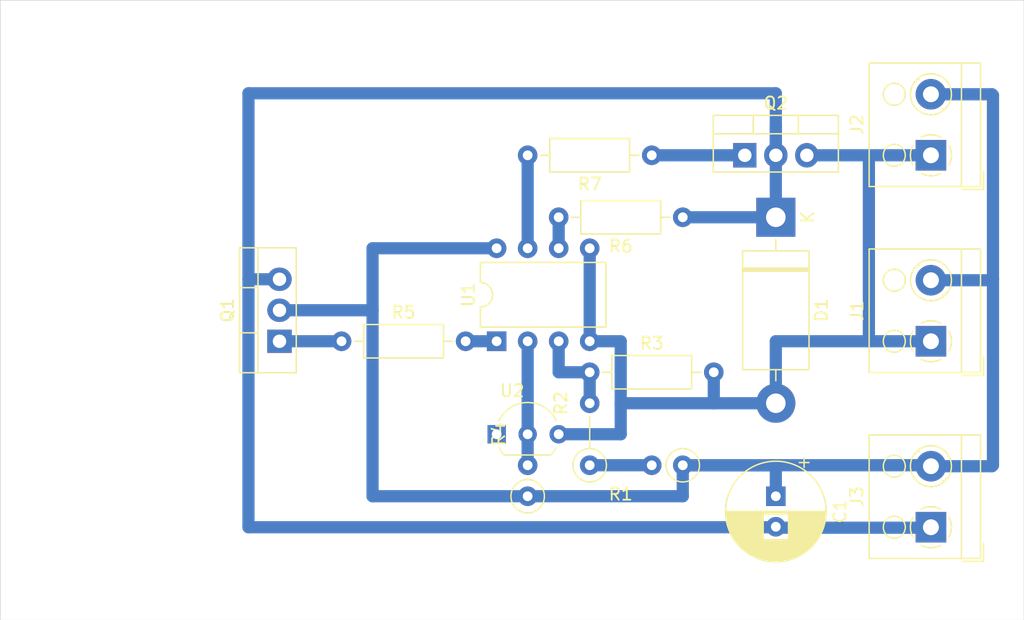
<source format=kicad_pcb>
(kicad_pcb (version 20171130) (host pcbnew "(5.1.5)-3")

  (general
    (thickness 1.6)
    (drawings 6)
    (tracks 55)
    (zones 0)
    (modules 16)
    (nets 12)
  )

  (page A4)
  (layers
    (0 F.Cu signal hide)
    (31 B.Cu signal)
    (33 F.Adhes user hide)
    (35 F.Paste user hide)
    (37 F.SilkS user hide)
    (38 B.Mask user hide)
    (39 F.Mask user hide)
    (40 Dwgs.User user hide)
    (41 Cmts.User user hide)
    (42 Eco1.User user hide)
    (43 Eco2.User user hide)
    (44 Edge.Cuts user)
    (45 Margin user hide)
    (46 B.CrtYd user hide)
    (47 F.CrtYd user hide)
    (49 F.Fab user)
  )

  (setup
    (last_trace_width 1)
    (user_trace_width 1)
    (trace_clearance 0.2)
    (zone_clearance 0.508)
    (zone_45_only no)
    (trace_min 0.25)
    (via_size 0.8)
    (via_drill 0.4)
    (via_min_size 0.4)
    (via_min_drill 0.3)
    (uvia_size 0.3)
    (uvia_drill 0.1)
    (uvias_allowed no)
    (uvia_min_size 0.2)
    (uvia_min_drill 0.1)
    (edge_width 0.05)
    (segment_width 0.2)
    (pcb_text_width 0.3)
    (pcb_text_size 1.5 1.5)
    (mod_edge_width 0.12)
    (mod_text_size 1 1)
    (mod_text_width 0.15)
    (pad_size 1.524 1.524)
    (pad_drill 0.762)
    (pad_to_mask_clearance 0.051)
    (solder_mask_min_width 0.25)
    (aux_axis_origin 0 0)
    (visible_elements 7FFFFFFF)
    (pcbplotparams
      (layerselection 0x010e8_ffffffff)
      (usegerberextensions false)
      (usegerberattributes false)
      (usegerberadvancedattributes false)
      (creategerberjobfile false)
      (excludeedgelayer true)
      (linewidth 0.100000)
      (plotframeref false)
      (viasonmask false)
      (mode 1)
      (useauxorigin false)
      (hpglpennumber 1)
      (hpglpenspeed 20)
      (hpglpendiameter 15.000000)
      (psnegative false)
      (psa4output false)
      (plotreference true)
      (plotvalue true)
      (plotinvisibletext false)
      (padsonsilk false)
      (subtractmaskfromsilk false)
      (outputformat 1)
      (mirror false)
      (drillshape 0)
      (scaleselection 1)
      (outputdirectory ""))
  )

  (net 0 "")
  (net 1 "Net-(C1-Pad2)")
  (net 2 VDD)
  (net 3 GND)
  (net 4 "Net-(Q1-Pad1)")
  (net 5 "Net-(Q2-Pad1)")
  (net 6 "Net-(R1-Pad2)")
  (net 7 "Net-(R2-Pad2)")
  (net 8 "Net-(R4-Pad2)")
  (net 9 "Net-(R5-Pad2)")
  (net 10 "Net-(R6-Pad2)")
  (net 11 "Net-(R7-Pad2)")

  (net_class Default "Dies ist die voreingestellte Netzklasse."
    (clearance 0.2)
    (trace_width 0.25)
    (via_dia 0.8)
    (via_drill 0.4)
    (uvia_dia 0.3)
    (uvia_drill 0.1)
    (diff_pair_width 0.25)
    (diff_pair_gap 0.25)
    (add_net GND)
    (add_net "Net-(C1-Pad2)")
    (add_net "Net-(Q1-Pad1)")
    (add_net "Net-(Q2-Pad1)")
    (add_net "Net-(R1-Pad2)")
    (add_net "Net-(R2-Pad2)")
    (add_net "Net-(R4-Pad2)")
    (add_net "Net-(R5-Pad2)")
    (add_net "Net-(R6-Pad2)")
    (add_net "Net-(R7-Pad2)")
    (add_net VDD)
  )

  (module Capacitor_THT:CP_Radial_D8.0mm_P2.50mm (layer F.Cu) (tedit 5AE50EF0) (tstamp 5E4C777B)
    (at 205.74 116.84 270)
    (descr "CP, Radial series, Radial, pin pitch=2.50mm, , diameter=8mm, Electrolytic Capacitor")
    (tags "CP Radial series Radial pin pitch 2.50mm  diameter 8mm Electrolytic Capacitor")
    (path /5E50E9E5)
    (fp_text reference C1 (at 1.25 -5.25 90) (layer F.SilkS)
      (effects (font (size 1 1) (thickness 0.15)))
    )
    (fp_text value 100µ (at 2.54 0 180) (layer F.Fab)
      (effects (font (size 1 1) (thickness 0.15)))
    )
    (fp_text user %R (at 0 0 180) (layer F.Fab)
      (effects (font (size 1 1) (thickness 0.15)))
    )
    (fp_line (start -2.759698 -2.715) (end -2.759698 -1.915) (layer F.SilkS) (width 0.12))
    (fp_line (start -3.159698 -2.315) (end -2.359698 -2.315) (layer F.SilkS) (width 0.12))
    (fp_line (start 5.331 -0.533) (end 5.331 0.533) (layer F.SilkS) (width 0.12))
    (fp_line (start 5.291 -0.768) (end 5.291 0.768) (layer F.SilkS) (width 0.12))
    (fp_line (start 5.251 -0.948) (end 5.251 0.948) (layer F.SilkS) (width 0.12))
    (fp_line (start 5.211 -1.098) (end 5.211 1.098) (layer F.SilkS) (width 0.12))
    (fp_line (start 5.171 -1.229) (end 5.171 1.229) (layer F.SilkS) (width 0.12))
    (fp_line (start 5.131 -1.346) (end 5.131 1.346) (layer F.SilkS) (width 0.12))
    (fp_line (start 5.091 -1.453) (end 5.091 1.453) (layer F.SilkS) (width 0.12))
    (fp_line (start 5.051 -1.552) (end 5.051 1.552) (layer F.SilkS) (width 0.12))
    (fp_line (start 5.011 -1.645) (end 5.011 1.645) (layer F.SilkS) (width 0.12))
    (fp_line (start 4.971 -1.731) (end 4.971 1.731) (layer F.SilkS) (width 0.12))
    (fp_line (start 4.931 -1.813) (end 4.931 1.813) (layer F.SilkS) (width 0.12))
    (fp_line (start 4.891 -1.89) (end 4.891 1.89) (layer F.SilkS) (width 0.12))
    (fp_line (start 4.851 -1.964) (end 4.851 1.964) (layer F.SilkS) (width 0.12))
    (fp_line (start 4.811 -2.034) (end 4.811 2.034) (layer F.SilkS) (width 0.12))
    (fp_line (start 4.771 -2.102) (end 4.771 2.102) (layer F.SilkS) (width 0.12))
    (fp_line (start 4.731 -2.166) (end 4.731 2.166) (layer F.SilkS) (width 0.12))
    (fp_line (start 4.691 -2.228) (end 4.691 2.228) (layer F.SilkS) (width 0.12))
    (fp_line (start 4.651 -2.287) (end 4.651 2.287) (layer F.SilkS) (width 0.12))
    (fp_line (start 4.611 -2.345) (end 4.611 2.345) (layer F.SilkS) (width 0.12))
    (fp_line (start 4.571 -2.4) (end 4.571 2.4) (layer F.SilkS) (width 0.12))
    (fp_line (start 4.531 -2.454) (end 4.531 2.454) (layer F.SilkS) (width 0.12))
    (fp_line (start 4.491 -2.505) (end 4.491 2.505) (layer F.SilkS) (width 0.12))
    (fp_line (start 4.451 -2.556) (end 4.451 2.556) (layer F.SilkS) (width 0.12))
    (fp_line (start 4.411 -2.604) (end 4.411 2.604) (layer F.SilkS) (width 0.12))
    (fp_line (start 4.371 -2.651) (end 4.371 2.651) (layer F.SilkS) (width 0.12))
    (fp_line (start 4.331 -2.697) (end 4.331 2.697) (layer F.SilkS) (width 0.12))
    (fp_line (start 4.291 -2.741) (end 4.291 2.741) (layer F.SilkS) (width 0.12))
    (fp_line (start 4.251 -2.784) (end 4.251 2.784) (layer F.SilkS) (width 0.12))
    (fp_line (start 4.211 -2.826) (end 4.211 2.826) (layer F.SilkS) (width 0.12))
    (fp_line (start 4.171 -2.867) (end 4.171 2.867) (layer F.SilkS) (width 0.12))
    (fp_line (start 4.131 -2.907) (end 4.131 2.907) (layer F.SilkS) (width 0.12))
    (fp_line (start 4.091 -2.945) (end 4.091 2.945) (layer F.SilkS) (width 0.12))
    (fp_line (start 4.051 -2.983) (end 4.051 2.983) (layer F.SilkS) (width 0.12))
    (fp_line (start 4.011 -3.019) (end 4.011 3.019) (layer F.SilkS) (width 0.12))
    (fp_line (start 3.971 -3.055) (end 3.971 3.055) (layer F.SilkS) (width 0.12))
    (fp_line (start 3.931 -3.09) (end 3.931 3.09) (layer F.SilkS) (width 0.12))
    (fp_line (start 3.891 -3.124) (end 3.891 3.124) (layer F.SilkS) (width 0.12))
    (fp_line (start 3.851 -3.156) (end 3.851 3.156) (layer F.SilkS) (width 0.12))
    (fp_line (start 3.811 -3.189) (end 3.811 3.189) (layer F.SilkS) (width 0.12))
    (fp_line (start 3.771 -3.22) (end 3.771 3.22) (layer F.SilkS) (width 0.12))
    (fp_line (start 3.731 -3.25) (end 3.731 3.25) (layer F.SilkS) (width 0.12))
    (fp_line (start 3.691 -3.28) (end 3.691 3.28) (layer F.SilkS) (width 0.12))
    (fp_line (start 3.651 -3.309) (end 3.651 3.309) (layer F.SilkS) (width 0.12))
    (fp_line (start 3.611 -3.338) (end 3.611 3.338) (layer F.SilkS) (width 0.12))
    (fp_line (start 3.571 -3.365) (end 3.571 3.365) (layer F.SilkS) (width 0.12))
    (fp_line (start 3.531 1.04) (end 3.531 3.392) (layer F.SilkS) (width 0.12))
    (fp_line (start 3.531 -3.392) (end 3.531 -1.04) (layer F.SilkS) (width 0.12))
    (fp_line (start 3.491 1.04) (end 3.491 3.418) (layer F.SilkS) (width 0.12))
    (fp_line (start 3.491 -3.418) (end 3.491 -1.04) (layer F.SilkS) (width 0.12))
    (fp_line (start 3.451 1.04) (end 3.451 3.444) (layer F.SilkS) (width 0.12))
    (fp_line (start 3.451 -3.444) (end 3.451 -1.04) (layer F.SilkS) (width 0.12))
    (fp_line (start 3.411 1.04) (end 3.411 3.469) (layer F.SilkS) (width 0.12))
    (fp_line (start 3.411 -3.469) (end 3.411 -1.04) (layer F.SilkS) (width 0.12))
    (fp_line (start 3.371 1.04) (end 3.371 3.493) (layer F.SilkS) (width 0.12))
    (fp_line (start 3.371 -3.493) (end 3.371 -1.04) (layer F.SilkS) (width 0.12))
    (fp_line (start 3.331 1.04) (end 3.331 3.517) (layer F.SilkS) (width 0.12))
    (fp_line (start 3.331 -3.517) (end 3.331 -1.04) (layer F.SilkS) (width 0.12))
    (fp_line (start 3.291 1.04) (end 3.291 3.54) (layer F.SilkS) (width 0.12))
    (fp_line (start 3.291 -3.54) (end 3.291 -1.04) (layer F.SilkS) (width 0.12))
    (fp_line (start 3.251 1.04) (end 3.251 3.562) (layer F.SilkS) (width 0.12))
    (fp_line (start 3.251 -3.562) (end 3.251 -1.04) (layer F.SilkS) (width 0.12))
    (fp_line (start 3.211 1.04) (end 3.211 3.584) (layer F.SilkS) (width 0.12))
    (fp_line (start 3.211 -3.584) (end 3.211 -1.04) (layer F.SilkS) (width 0.12))
    (fp_line (start 3.171 1.04) (end 3.171 3.606) (layer F.SilkS) (width 0.12))
    (fp_line (start 3.171 -3.606) (end 3.171 -1.04) (layer F.SilkS) (width 0.12))
    (fp_line (start 3.131 1.04) (end 3.131 3.627) (layer F.SilkS) (width 0.12))
    (fp_line (start 3.131 -3.627) (end 3.131 -1.04) (layer F.SilkS) (width 0.12))
    (fp_line (start 3.091 1.04) (end 3.091 3.647) (layer F.SilkS) (width 0.12))
    (fp_line (start 3.091 -3.647) (end 3.091 -1.04) (layer F.SilkS) (width 0.12))
    (fp_line (start 3.051 1.04) (end 3.051 3.666) (layer F.SilkS) (width 0.12))
    (fp_line (start 3.051 -3.666) (end 3.051 -1.04) (layer F.SilkS) (width 0.12))
    (fp_line (start 3.011 1.04) (end 3.011 3.686) (layer F.SilkS) (width 0.12))
    (fp_line (start 3.011 -3.686) (end 3.011 -1.04) (layer F.SilkS) (width 0.12))
    (fp_line (start 2.971 1.04) (end 2.971 3.704) (layer F.SilkS) (width 0.12))
    (fp_line (start 2.971 -3.704) (end 2.971 -1.04) (layer F.SilkS) (width 0.12))
    (fp_line (start 2.931 1.04) (end 2.931 3.722) (layer F.SilkS) (width 0.12))
    (fp_line (start 2.931 -3.722) (end 2.931 -1.04) (layer F.SilkS) (width 0.12))
    (fp_line (start 2.891 1.04) (end 2.891 3.74) (layer F.SilkS) (width 0.12))
    (fp_line (start 2.891 -3.74) (end 2.891 -1.04) (layer F.SilkS) (width 0.12))
    (fp_line (start 2.851 1.04) (end 2.851 3.757) (layer F.SilkS) (width 0.12))
    (fp_line (start 2.851 -3.757) (end 2.851 -1.04) (layer F.SilkS) (width 0.12))
    (fp_line (start 2.811 1.04) (end 2.811 3.774) (layer F.SilkS) (width 0.12))
    (fp_line (start 2.811 -3.774) (end 2.811 -1.04) (layer F.SilkS) (width 0.12))
    (fp_line (start 2.771 1.04) (end 2.771 3.79) (layer F.SilkS) (width 0.12))
    (fp_line (start 2.771 -3.79) (end 2.771 -1.04) (layer F.SilkS) (width 0.12))
    (fp_line (start 2.731 1.04) (end 2.731 3.805) (layer F.SilkS) (width 0.12))
    (fp_line (start 2.731 -3.805) (end 2.731 -1.04) (layer F.SilkS) (width 0.12))
    (fp_line (start 2.691 1.04) (end 2.691 3.821) (layer F.SilkS) (width 0.12))
    (fp_line (start 2.691 -3.821) (end 2.691 -1.04) (layer F.SilkS) (width 0.12))
    (fp_line (start 2.651 1.04) (end 2.651 3.835) (layer F.SilkS) (width 0.12))
    (fp_line (start 2.651 -3.835) (end 2.651 -1.04) (layer F.SilkS) (width 0.12))
    (fp_line (start 2.611 1.04) (end 2.611 3.85) (layer F.SilkS) (width 0.12))
    (fp_line (start 2.611 -3.85) (end 2.611 -1.04) (layer F.SilkS) (width 0.12))
    (fp_line (start 2.571 1.04) (end 2.571 3.863) (layer F.SilkS) (width 0.12))
    (fp_line (start 2.571 -3.863) (end 2.571 -1.04) (layer F.SilkS) (width 0.12))
    (fp_line (start 2.531 1.04) (end 2.531 3.877) (layer F.SilkS) (width 0.12))
    (fp_line (start 2.531 -3.877) (end 2.531 -1.04) (layer F.SilkS) (width 0.12))
    (fp_line (start 2.491 1.04) (end 2.491 3.889) (layer F.SilkS) (width 0.12))
    (fp_line (start 2.491 -3.889) (end 2.491 -1.04) (layer F.SilkS) (width 0.12))
    (fp_line (start 2.451 1.04) (end 2.451 3.902) (layer F.SilkS) (width 0.12))
    (fp_line (start 2.451 -3.902) (end 2.451 -1.04) (layer F.SilkS) (width 0.12))
    (fp_line (start 2.411 1.04) (end 2.411 3.914) (layer F.SilkS) (width 0.12))
    (fp_line (start 2.411 -3.914) (end 2.411 -1.04) (layer F.SilkS) (width 0.12))
    (fp_line (start 2.371 1.04) (end 2.371 3.925) (layer F.SilkS) (width 0.12))
    (fp_line (start 2.371 -3.925) (end 2.371 -1.04) (layer F.SilkS) (width 0.12))
    (fp_line (start 2.331 1.04) (end 2.331 3.936) (layer F.SilkS) (width 0.12))
    (fp_line (start 2.331 -3.936) (end 2.331 -1.04) (layer F.SilkS) (width 0.12))
    (fp_line (start 2.291 1.04) (end 2.291 3.947) (layer F.SilkS) (width 0.12))
    (fp_line (start 2.291 -3.947) (end 2.291 -1.04) (layer F.SilkS) (width 0.12))
    (fp_line (start 2.251 1.04) (end 2.251 3.957) (layer F.SilkS) (width 0.12))
    (fp_line (start 2.251 -3.957) (end 2.251 -1.04) (layer F.SilkS) (width 0.12))
    (fp_line (start 2.211 1.04) (end 2.211 3.967) (layer F.SilkS) (width 0.12))
    (fp_line (start 2.211 -3.967) (end 2.211 -1.04) (layer F.SilkS) (width 0.12))
    (fp_line (start 2.171 1.04) (end 2.171 3.976) (layer F.SilkS) (width 0.12))
    (fp_line (start 2.171 -3.976) (end 2.171 -1.04) (layer F.SilkS) (width 0.12))
    (fp_line (start 2.131 1.04) (end 2.131 3.985) (layer F.SilkS) (width 0.12))
    (fp_line (start 2.131 -3.985) (end 2.131 -1.04) (layer F.SilkS) (width 0.12))
    (fp_line (start 2.091 1.04) (end 2.091 3.994) (layer F.SilkS) (width 0.12))
    (fp_line (start 2.091 -3.994) (end 2.091 -1.04) (layer F.SilkS) (width 0.12))
    (fp_line (start 2.051 1.04) (end 2.051 4.002) (layer F.SilkS) (width 0.12))
    (fp_line (start 2.051 -4.002) (end 2.051 -1.04) (layer F.SilkS) (width 0.12))
    (fp_line (start 2.011 1.04) (end 2.011 4.01) (layer F.SilkS) (width 0.12))
    (fp_line (start 2.011 -4.01) (end 2.011 -1.04) (layer F.SilkS) (width 0.12))
    (fp_line (start 1.971 1.04) (end 1.971 4.017) (layer F.SilkS) (width 0.12))
    (fp_line (start 1.971 -4.017) (end 1.971 -1.04) (layer F.SilkS) (width 0.12))
    (fp_line (start 1.93 1.04) (end 1.93 4.024) (layer F.SilkS) (width 0.12))
    (fp_line (start 1.93 -4.024) (end 1.93 -1.04) (layer F.SilkS) (width 0.12))
    (fp_line (start 1.89 1.04) (end 1.89 4.03) (layer F.SilkS) (width 0.12))
    (fp_line (start 1.89 -4.03) (end 1.89 -1.04) (layer F.SilkS) (width 0.12))
    (fp_line (start 1.85 1.04) (end 1.85 4.037) (layer F.SilkS) (width 0.12))
    (fp_line (start 1.85 -4.037) (end 1.85 -1.04) (layer F.SilkS) (width 0.12))
    (fp_line (start 1.81 1.04) (end 1.81 4.042) (layer F.SilkS) (width 0.12))
    (fp_line (start 1.81 -4.042) (end 1.81 -1.04) (layer F.SilkS) (width 0.12))
    (fp_line (start 1.77 1.04) (end 1.77 4.048) (layer F.SilkS) (width 0.12))
    (fp_line (start 1.77 -4.048) (end 1.77 -1.04) (layer F.SilkS) (width 0.12))
    (fp_line (start 1.73 1.04) (end 1.73 4.052) (layer F.SilkS) (width 0.12))
    (fp_line (start 1.73 -4.052) (end 1.73 -1.04) (layer F.SilkS) (width 0.12))
    (fp_line (start 1.69 1.04) (end 1.69 4.057) (layer F.SilkS) (width 0.12))
    (fp_line (start 1.69 -4.057) (end 1.69 -1.04) (layer F.SilkS) (width 0.12))
    (fp_line (start 1.65 1.04) (end 1.65 4.061) (layer F.SilkS) (width 0.12))
    (fp_line (start 1.65 -4.061) (end 1.65 -1.04) (layer F.SilkS) (width 0.12))
    (fp_line (start 1.61 1.04) (end 1.61 4.065) (layer F.SilkS) (width 0.12))
    (fp_line (start 1.61 -4.065) (end 1.61 -1.04) (layer F.SilkS) (width 0.12))
    (fp_line (start 1.57 1.04) (end 1.57 4.068) (layer F.SilkS) (width 0.12))
    (fp_line (start 1.57 -4.068) (end 1.57 -1.04) (layer F.SilkS) (width 0.12))
    (fp_line (start 1.53 1.04) (end 1.53 4.071) (layer F.SilkS) (width 0.12))
    (fp_line (start 1.53 -4.071) (end 1.53 -1.04) (layer F.SilkS) (width 0.12))
    (fp_line (start 1.49 1.04) (end 1.49 4.074) (layer F.SilkS) (width 0.12))
    (fp_line (start 1.49 -4.074) (end 1.49 -1.04) (layer F.SilkS) (width 0.12))
    (fp_line (start 1.45 -4.076) (end 1.45 4.076) (layer F.SilkS) (width 0.12))
    (fp_line (start 1.41 -4.077) (end 1.41 4.077) (layer F.SilkS) (width 0.12))
    (fp_line (start 1.37 -4.079) (end 1.37 4.079) (layer F.SilkS) (width 0.12))
    (fp_line (start 1.33 -4.08) (end 1.33 4.08) (layer F.SilkS) (width 0.12))
    (fp_line (start 1.29 -4.08) (end 1.29 4.08) (layer F.SilkS) (width 0.12))
    (fp_line (start 1.25 -4.08) (end 1.25 4.08) (layer F.SilkS) (width 0.12))
    (fp_line (start -1.776759 -2.1475) (end -1.776759 -1.3475) (layer F.Fab) (width 0.1))
    (fp_line (start -2.176759 -1.7475) (end -1.376759 -1.7475) (layer F.Fab) (width 0.1))
    (fp_circle (center 1.25 0) (end 5.5 0) (layer F.CrtYd) (width 0.05))
    (fp_circle (center 1.25 0) (end 5.37 0) (layer F.SilkS) (width 0.12))
    (fp_circle (center 1.25 0) (end 5.25 0) (layer F.Fab) (width 0.1))
    (pad 2 thru_hole circle (at 2.5 0 270) (size 1.6 1.6) (drill 0.8) (layers *.Cu *.Mask)
      (net 1 "Net-(C1-Pad2)"))
    (pad 1 thru_hole rect (at 0 0 270) (size 1.6 1.6) (drill 0.8) (layers *.Cu *.Mask)
      (net 2 VDD))
    (model ${KISYS3DMOD}/Capacitor_THT.3dshapes/CP_Radial_D8.0mm_P2.50mm.wrl
      (at (xyz 0 0 0))
      (scale (xyz 1 1 1))
      (rotate (xyz 0 0 0))
    )
  )

  (module Resistor_THT:R_Axial_DIN0207_L6.3mm_D2.5mm_P2.54mm_Vertical (layer F.Cu) (tedit 5AE5139B) (tstamp 5E4CC1BE)
    (at 185.42 116.84 90)
    (descr "Resistor, Axial_DIN0207 series, Axial, Vertical, pin pitch=2.54mm, 0.25W = 1/4W, length*diameter=6.3*2.5mm^2, http://cdn-reichelt.de/documents/datenblatt/B400/1_4W%23YAG.pdf")
    (tags "Resistor Axial_DIN0207 series Axial Vertical pin pitch 2.54mm 0.25W = 1/4W length 6.3mm diameter 2.5mm")
    (path /5E4BF39F)
    (fp_text reference R4 (at 5.08 -2.37 90) (layer F.SilkS)
      (effects (font (size 1 1) (thickness 0.15)))
    )
    (fp_text value 100k (at 1.27 -3.175 180) (layer F.Fab)
      (effects (font (size 1 1) (thickness 0.15)))
    )
    (fp_text user %R (at 2.54 -2.54 180) (layer F.Fab)
      (effects (font (size 1 1) (thickness 0.15)))
    )
    (fp_line (start 3.59 -1.5) (end -1.5 -1.5) (layer F.CrtYd) (width 0.05))
    (fp_line (start 3.59 1.5) (end 3.59 -1.5) (layer F.CrtYd) (width 0.05))
    (fp_line (start -1.5 1.5) (end 3.59 1.5) (layer F.CrtYd) (width 0.05))
    (fp_line (start -1.5 -1.5) (end -1.5 1.5) (layer F.CrtYd) (width 0.05))
    (fp_line (start 1.37 0) (end 1.44 0) (layer F.SilkS) (width 0.12))
    (fp_line (start 0 0) (end 2.54 0) (layer F.Fab) (width 0.1))
    (fp_circle (center 0 0) (end 1.37 0) (layer F.SilkS) (width 0.12))
    (fp_circle (center 0 0) (end 1.25 0) (layer F.Fab) (width 0.1))
    (pad 2 thru_hole oval (at 2.54 0 90) (size 1.6 1.6) (drill 0.8) (layers *.Cu *.Mask)
      (net 8 "Net-(R4-Pad2)"))
    (pad 1 thru_hole circle (at 0 0 90) (size 1.6 1.6) (drill 0.8) (layers *.Cu *.Mask)
      (net 2 VDD))
    (model ${KISYS3DMOD}/Resistor_THT.3dshapes/R_Axial_DIN0207_L6.3mm_D2.5mm_P2.54mm_Vertical.wrl
      (at (xyz 0 0 0))
      (scale (xyz 1 1 1))
      (rotate (xyz 0 0 0))
    )
  )

  (module Resistor_THT:R_Axial_DIN0207_L6.3mm_D2.5mm_P2.54mm_Vertical (layer F.Cu) (tedit 5AE5139B) (tstamp 5E4CC024)
    (at 198.12 114.3 180)
    (descr "Resistor, Axial_DIN0207 series, Axial, Vertical, pin pitch=2.54mm, 0.25W = 1/4W, length*diameter=6.3*2.5mm^2, http://cdn-reichelt.de/documents/datenblatt/B400/1_4W%23YAG.pdf")
    (tags "Resistor Axial_DIN0207 series Axial Vertical pin pitch 2.54mm 0.25W = 1/4W length 6.3mm diameter 2.5mm")
    (path /5E4C06B2)
    (fp_text reference R1 (at 5.08 -2.37) (layer F.SilkS)
      (effects (font (size 1 1) (thickness 0.15)))
    )
    (fp_text value 150k (at 1.27 1.905) (layer F.Fab)
      (effects (font (size 1 1) (thickness 0.15)))
    )
    (fp_text user %R (at 1.27 3.175 180) (layer F.Fab)
      (effects (font (size 1 1) (thickness 0.15)))
    )
    (fp_line (start 3.59 -1.5) (end -1.5 -1.5) (layer F.CrtYd) (width 0.05))
    (fp_line (start 3.59 1.5) (end 3.59 -1.5) (layer F.CrtYd) (width 0.05))
    (fp_line (start -1.5 1.5) (end 3.59 1.5) (layer F.CrtYd) (width 0.05))
    (fp_line (start -1.5 -1.5) (end -1.5 1.5) (layer F.CrtYd) (width 0.05))
    (fp_line (start 1.37 0) (end 1.44 0) (layer F.SilkS) (width 0.12))
    (fp_line (start 0 0) (end 2.54 0) (layer F.Fab) (width 0.1))
    (fp_circle (center 0 0) (end 1.37 0) (layer F.SilkS) (width 0.12))
    (fp_circle (center 0 0) (end 1.25 0) (layer F.Fab) (width 0.1))
    (pad 2 thru_hole oval (at 2.54 0 180) (size 1.6 1.6) (drill 0.8) (layers *.Cu *.Mask)
      (net 6 "Net-(R1-Pad2)"))
    (pad 1 thru_hole circle (at 0 0 180) (size 1.6 1.6) (drill 0.8) (layers *.Cu *.Mask)
      (net 2 VDD))
    (model ${KISYS3DMOD}/Resistor_THT.3dshapes/R_Axial_DIN0207_L6.3mm_D2.5mm_P2.54mm_Vertical.wrl
      (at (xyz 0 0 0))
      (scale (xyz 1 1 1))
      (rotate (xyz 0 0 0))
    )
  )

  (module Resistor_THT:R_Axial_DIN0207_L6.3mm_D2.5mm_P5.08mm_Vertical (layer F.Cu) (tedit 5AE5139B) (tstamp 5E4D9979)
    (at 190.5 114.3 90)
    (descr "Resistor, Axial_DIN0207 series, Axial, Vertical, pin pitch=5.08mm, 0.25W = 1/4W, length*diameter=6.3*2.5mm^2, http://cdn-reichelt.de/documents/datenblatt/B400/1_4W%23YAG.pdf")
    (tags "Resistor Axial_DIN0207 series Axial Vertical pin pitch 5.08mm 0.25W = 1/4W length 6.3mm diameter 2.5mm")
    (path /5E4C005B)
    (fp_text reference R2 (at 5.08 -2.37 90) (layer F.SilkS)
      (effects (font (size 1 1) (thickness 0.15)))
    )
    (fp_text value 150k (at 1.905 0) (layer F.Fab)
      (effects (font (size 1 1) (thickness 0.15)))
    )
    (fp_text user %R (at 3.175 0 180) (layer F.Fab)
      (effects (font (size 1 1) (thickness 0.15)))
    )
    (fp_line (start 6.13 -1.5) (end -1.5 -1.5) (layer F.CrtYd) (width 0.05))
    (fp_line (start 6.13 1.5) (end 6.13 -1.5) (layer F.CrtYd) (width 0.05))
    (fp_line (start -1.5 1.5) (end 6.13 1.5) (layer F.CrtYd) (width 0.05))
    (fp_line (start -1.5 -1.5) (end -1.5 1.5) (layer F.CrtYd) (width 0.05))
    (fp_line (start 1.37 0) (end 3.98 0) (layer F.SilkS) (width 0.12))
    (fp_line (start 0 0) (end 5.08 0) (layer F.Fab) (width 0.1))
    (fp_circle (center 0 0) (end 1.37 0) (layer F.SilkS) (width 0.12))
    (fp_circle (center 0 0) (end 1.25 0) (layer F.Fab) (width 0.1))
    (pad 2 thru_hole oval (at 5.08 0 90) (size 1.6 1.6) (drill 0.8) (layers *.Cu *.Mask)
      (net 7 "Net-(R2-Pad2)"))
    (pad 1 thru_hole circle (at 0 0 90) (size 1.6 1.6) (drill 0.8) (layers *.Cu *.Mask)
      (net 6 "Net-(R1-Pad2)"))
    (model ${KISYS3DMOD}/Resistor_THT.3dshapes/R_Axial_DIN0207_L6.3mm_D2.5mm_P5.08mm_Vertical.wrl
      (at (xyz 0 0 0))
      (scale (xyz 1 1 1))
      (rotate (xyz 0 0 0))
    )
  )

  (module TerminalBlock_RND:TerminalBlock_RND_205-00001_1x02_P5.00mm_Horizontal (layer F.Cu) (tedit 5B294F8C) (tstamp 5E4C781E)
    (at 218.44 119.38 90)
    (descr "terminal block RND 205-00001, 2 pins, pitch 5mm, size 10x9mm^2, drill diamater 1.3mm, pad diameter 2.5mm, see http://cdn-reichelt.de/documents/datenblatt/C151/RND_205-00001_DB_EN.pdf, script-generated using https://github.com/pointhi/kicad-footprint-generator/scripts/TerminalBlock_RND")
    (tags "THT terminal block RND 205-00001 pitch 5mm size 10x9mm^2 drill 1.3mm pad 2.5mm")
    (path /5E4F502E)
    (fp_text reference J3 (at 2.5 -6.06 90) (layer F.SilkS)
      (effects (font (size 1 1) (thickness 0.15)))
    )
    (fp_text value Solar (at 2.5 5.06 90) (layer F.Fab)
      (effects (font (size 1 1) (thickness 0.15)))
    )
    (fp_text user %R (at 2.5 -6.06 90) (layer F.Fab)
      (effects (font (size 1 1) (thickness 0.15)))
    )
    (fp_line (start 8 -5.5) (end -3 -5.5) (layer F.CrtYd) (width 0.05))
    (fp_line (start 8 4.5) (end 8 -5.5) (layer F.CrtYd) (width 0.05))
    (fp_line (start -3 4.5) (end 8 4.5) (layer F.CrtYd) (width 0.05))
    (fp_line (start -3 -5.5) (end -3 4.5) (layer F.CrtYd) (width 0.05))
    (fp_line (start -2.8 4.3) (end -1.3 4.3) (layer F.SilkS) (width 0.12))
    (fp_line (start -2.8 2.56) (end -2.8 4.3) (layer F.SilkS) (width 0.12))
    (fp_line (start 3.82 0.976) (end 3.726 1.069) (layer F.SilkS) (width 0.12))
    (fp_line (start 6.07 -1.275) (end 6.011 -1.216) (layer F.SilkS) (width 0.12))
    (fp_line (start 3.99 1.216) (end 3.931 1.274) (layer F.SilkS) (width 0.12))
    (fp_line (start 6.275 -1.069) (end 6.181 -0.976) (layer F.SilkS) (width 0.12))
    (fp_line (start 5.955 -1.138) (end 3.863 0.955) (layer F.Fab) (width 0.1))
    (fp_line (start 6.138 -0.955) (end 4.046 1.138) (layer F.Fab) (width 0.1))
    (fp_line (start 0.955 -1.138) (end -1.138 0.955) (layer F.Fab) (width 0.1))
    (fp_line (start 1.138 -0.955) (end -0.955 1.138) (layer F.Fab) (width 0.1))
    (fp_line (start 7.56 -5.06) (end 7.56 4.06) (layer F.SilkS) (width 0.12))
    (fp_line (start -2.56 -5.06) (end -2.56 4.06) (layer F.SilkS) (width 0.12))
    (fp_line (start -2.56 4.06) (end 7.56 4.06) (layer F.SilkS) (width 0.12))
    (fp_line (start -2.56 -5.06) (end 7.56 -5.06) (layer F.SilkS) (width 0.12))
    (fp_line (start -2.56 2.5) (end 7.56 2.5) (layer F.SilkS) (width 0.12))
    (fp_line (start -2.5 2.5) (end 7.5 2.5) (layer F.Fab) (width 0.1))
    (fp_line (start -2.5 2.5) (end -2.5 -5) (layer F.Fab) (width 0.1))
    (fp_line (start -1 4) (end -2.5 2.5) (layer F.Fab) (width 0.1))
    (fp_line (start 7.5 4) (end -1 4) (layer F.Fab) (width 0.1))
    (fp_line (start 7.5 -5) (end 7.5 4) (layer F.Fab) (width 0.1))
    (fp_line (start -2.5 -5) (end 7.5 -5) (layer F.Fab) (width 0.1))
    (fp_circle (center 5 -3) (end 5.9 -3) (layer F.SilkS) (width 0.12))
    (fp_circle (center 5 -3) (end 5.9 -3) (layer F.Fab) (width 0.1))
    (fp_circle (center 5 0) (end 6.68 0) (layer F.SilkS) (width 0.12))
    (fp_circle (center 5 0) (end 6.5 0) (layer F.Fab) (width 0.1))
    (fp_circle (center 0 -3) (end 0.9 -3) (layer F.SilkS) (width 0.12))
    (fp_circle (center 0 -3) (end 0.9 -3) (layer F.Fab) (width 0.1))
    (fp_circle (center 0 0) (end 1.5 0) (layer F.Fab) (width 0.1))
    (fp_arc (start 0 0) (end -0.789 1.484) (angle -29) (layer F.SilkS) (width 0.12))
    (fp_arc (start 0 0) (end -1.484 -0.789) (angle -56) (layer F.SilkS) (width 0.12))
    (fp_arc (start 0 0) (end 0.789 -1.484) (angle -56) (layer F.SilkS) (width 0.12))
    (fp_arc (start 0 0) (end 1.484 0.789) (angle -56) (layer F.SilkS) (width 0.12))
    (fp_arc (start 0 0) (end 0 1.68) (angle -28) (layer F.SilkS) (width 0.12))
    (pad 2 thru_hole circle (at 5 0 90) (size 2.5 2.5) (drill 1.3) (layers *.Cu *.Mask)
      (net 2 VDD))
    (pad 1 thru_hole rect (at 0 0 90) (size 2.5 2.5) (drill 1.3) (layers *.Cu *.Mask)
      (net 1 "Net-(C1-Pad2)"))
    (model ${KISYS3DMOD}/TerminalBlock_RND.3dshapes/TerminalBlock_RND_205-00001_1x02_P5.00mm_Horizontal.wrl
      (at (xyz 0 0 0))
      (scale (xyz 1 1 1))
      (rotate (xyz 0 0 0))
    )
  )

  (module Package_TO_SOT_THT:TO-92L_Inline_Wide (layer F.Cu) (tedit 5A11996A) (tstamp 5E4C985B)
    (at 182.88 111.76)
    (descr "TO-92L leads in-line (large body variant of TO-92), also known as TO-226, wide, drill 0.75mm (see https://www.diodes.com/assets/Package-Files/TO92L.pdf and http://www.ti.com/lit/an/snoa059/snoa059.pdf)")
    (tags "TO-92L Inline Wide transistor")
    (path /5E4BD202)
    (fp_text reference U2 (at 1.27 -3.56) (layer F.SilkS)
      (effects (font (size 1 1) (thickness 0.15)))
    )
    (fp_text value LT1004-CZ2.5 (at -5.08 0 180) (layer F.Fab)
      (effects (font (size 1 1) (thickness 0.15)))
    )
    (fp_arc (start 2.54 0) (end 4.45 1.7) (angle -15.88591585) (layer F.SilkS) (width 0.12))
    (fp_arc (start 2.54 0) (end 2.54 -2.48) (angle -130.2499344) (layer F.Fab) (width 0.1))
    (fp_arc (start 2.54 0) (end 2.54 -2.48) (angle 129.9527847) (layer F.Fab) (width 0.1))
    (fp_arc (start 2.54 0) (end 2.54 -2.6) (angle 65) (layer F.SilkS) (width 0.12))
    (fp_arc (start 2.54 0) (end 2.54 -2.6) (angle -65) (layer F.SilkS) (width 0.12))
    (fp_arc (start 2.54 0) (end 0.6 1.7) (angle 15.44288892) (layer F.SilkS) (width 0.12))
    (fp_line (start 6.1 1.85) (end -1 1.85) (layer F.CrtYd) (width 0.05))
    (fp_line (start 6.1 1.85) (end 6.1 -2.75) (layer F.CrtYd) (width 0.05))
    (fp_line (start -1 -2.75) (end -1 1.85) (layer F.CrtYd) (width 0.05))
    (fp_line (start -1 -2.75) (end 6.1 -2.75) (layer F.CrtYd) (width 0.05))
    (fp_line (start 0.65 1.6) (end 4.4 1.6) (layer F.Fab) (width 0.1))
    (fp_line (start 0.6 1.7) (end 4.45 1.7) (layer F.SilkS) (width 0.12))
    (fp_text user %R (at 1.27 -3.56) (layer F.Fab)
      (effects (font (size 1 1) (thickness 0.15)))
    )
    (pad 1 thru_hole rect (at 0 0 90) (size 1.5 1.5) (drill 0.8) (layers *.Cu *.Mask))
    (pad 3 thru_hole circle (at 5.08 0 90) (size 1.5 1.5) (drill 0.8) (layers *.Cu *.Mask)
      (net 3 GND))
    (pad 2 thru_hole circle (at 2.54 0 90) (size 1.5 1.5) (drill 0.8) (layers *.Cu *.Mask)
      (net 8 "Net-(R4-Pad2)"))
    (model ${KISYS3DMOD}/Package_TO_SOT_THT.3dshapes/TO-92L_Inline_Wide.wrl
      (at (xyz 0 0 0))
      (scale (xyz 1 1 1))
      (rotate (xyz 0 0 0))
    )
  )

  (module Package_DIP:DIP-8_W7.62mm (layer F.Cu) (tedit 5A02E8C5) (tstamp 5E4C7BD1)
    (at 182.88 104.14 90)
    (descr "8-lead though-hole mounted DIP package, row spacing 7.62 mm (300 mils)")
    (tags "THT DIP DIL PDIP 2.54mm 7.62mm 300mil")
    (path /5E4B4363)
    (fp_text reference U1 (at 3.81 -2.33 90) (layer F.SilkS)
      (effects (font (size 1 1) (thickness 0.15)))
    )
    (fp_text value MCP6042 (at 3.81 9.95 90) (layer F.Fab)
      (effects (font (size 1 1) (thickness 0.15)))
    )
    (fp_text user %R (at 3.81 3.81 90) (layer F.Fab)
      (effects (font (size 1 1) (thickness 0.15)))
    )
    (fp_line (start 8.7 -1.55) (end -1.1 -1.55) (layer F.CrtYd) (width 0.05))
    (fp_line (start 8.7 9.15) (end 8.7 -1.55) (layer F.CrtYd) (width 0.05))
    (fp_line (start -1.1 9.15) (end 8.7 9.15) (layer F.CrtYd) (width 0.05))
    (fp_line (start -1.1 -1.55) (end -1.1 9.15) (layer F.CrtYd) (width 0.05))
    (fp_line (start 6.46 -1.33) (end 4.81 -1.33) (layer F.SilkS) (width 0.12))
    (fp_line (start 6.46 8.95) (end 6.46 -1.33) (layer F.SilkS) (width 0.12))
    (fp_line (start 1.16 8.95) (end 6.46 8.95) (layer F.SilkS) (width 0.12))
    (fp_line (start 1.16 -1.33) (end 1.16 8.95) (layer F.SilkS) (width 0.12))
    (fp_line (start 2.81 -1.33) (end 1.16 -1.33) (layer F.SilkS) (width 0.12))
    (fp_line (start 0.635 -0.27) (end 1.635 -1.27) (layer F.Fab) (width 0.1))
    (fp_line (start 0.635 8.89) (end 0.635 -0.27) (layer F.Fab) (width 0.1))
    (fp_line (start 6.985 8.89) (end 0.635 8.89) (layer F.Fab) (width 0.1))
    (fp_line (start 6.985 -1.27) (end 6.985 8.89) (layer F.Fab) (width 0.1))
    (fp_line (start 1.635 -1.27) (end 6.985 -1.27) (layer F.Fab) (width 0.1))
    (fp_arc (start 3.81 -1.33) (end 2.81 -1.33) (angle -180) (layer F.SilkS) (width 0.12))
    (pad 8 thru_hole oval (at 7.62 0 90) (size 1.6 1.6) (drill 0.8) (layers *.Cu *.Mask)
      (net 2 VDD))
    (pad 4 thru_hole oval (at 0 7.62 90) (size 1.6 1.6) (drill 0.8) (layers *.Cu *.Mask)
      (net 3 GND))
    (pad 7 thru_hole oval (at 7.62 2.54 90) (size 1.6 1.6) (drill 0.8) (layers *.Cu *.Mask)
      (net 11 "Net-(R7-Pad2)"))
    (pad 3 thru_hole oval (at 0 5.08 90) (size 1.6 1.6) (drill 0.8) (layers *.Cu *.Mask)
      (net 7 "Net-(R2-Pad2)"))
    (pad 6 thru_hole oval (at 7.62 5.08 90) (size 1.6 1.6) (drill 0.8) (layers *.Cu *.Mask)
      (net 10 "Net-(R6-Pad2)"))
    (pad 2 thru_hole oval (at 0 2.54 90) (size 1.6 1.6) (drill 0.8) (layers *.Cu *.Mask)
      (net 8 "Net-(R4-Pad2)"))
    (pad 5 thru_hole oval (at 7.62 7.62 90) (size 1.6 1.6) (drill 0.8) (layers *.Cu *.Mask)
      (net 3 GND))
    (pad 1 thru_hole rect (at 0 0 90) (size 1.6 1.6) (drill 0.8) (layers *.Cu *.Mask)
      (net 9 "Net-(R5-Pad2)"))
    (model ${KISYS3DMOD}/Package_DIP.3dshapes/DIP-8_W7.62mm.wrl
      (at (xyz 0 0 0))
      (scale (xyz 1 1 1))
      (rotate (xyz 0 0 0))
    )
  )

  (module Resistor_THT:R_Axial_DIN0207_L6.3mm_D2.5mm_P10.16mm_Horizontal (layer F.Cu) (tedit 5AE5139B) (tstamp 5E4C78F3)
    (at 195.58 88.9 180)
    (descr "Resistor, Axial_DIN0207 series, Axial, Horizontal, pin pitch=10.16mm, 0.25W = 1/4W, length*diameter=6.3*2.5mm^2, http://cdn-reichelt.de/documents/datenblatt/B400/1_4W%23YAG.pdf")
    (tags "Resistor Axial_DIN0207 series Axial Horizontal pin pitch 10.16mm 0.25W = 1/4W length 6.3mm diameter 2.5mm")
    (path /5E4FA369)
    (fp_text reference R7 (at 5.08 -2.37) (layer F.SilkS)
      (effects (font (size 1 1) (thickness 0.15)))
    )
    (fp_text value 10k (at 5.08 2.37) (layer F.Fab)
      (effects (font (size 1 1) (thickness 0.15)))
    )
    (fp_text user %R (at 5.08 0) (layer F.Fab)
      (effects (font (size 1 1) (thickness 0.15)))
    )
    (fp_line (start 11.21 -1.5) (end -1.05 -1.5) (layer F.CrtYd) (width 0.05))
    (fp_line (start 11.21 1.5) (end 11.21 -1.5) (layer F.CrtYd) (width 0.05))
    (fp_line (start -1.05 1.5) (end 11.21 1.5) (layer F.CrtYd) (width 0.05))
    (fp_line (start -1.05 -1.5) (end -1.05 1.5) (layer F.CrtYd) (width 0.05))
    (fp_line (start 9.12 0) (end 8.35 0) (layer F.SilkS) (width 0.12))
    (fp_line (start 1.04 0) (end 1.81 0) (layer F.SilkS) (width 0.12))
    (fp_line (start 8.35 -1.37) (end 1.81 -1.37) (layer F.SilkS) (width 0.12))
    (fp_line (start 8.35 1.37) (end 8.35 -1.37) (layer F.SilkS) (width 0.12))
    (fp_line (start 1.81 1.37) (end 8.35 1.37) (layer F.SilkS) (width 0.12))
    (fp_line (start 1.81 -1.37) (end 1.81 1.37) (layer F.SilkS) (width 0.12))
    (fp_line (start 10.16 0) (end 8.23 0) (layer F.Fab) (width 0.1))
    (fp_line (start 0 0) (end 1.93 0) (layer F.Fab) (width 0.1))
    (fp_line (start 8.23 -1.25) (end 1.93 -1.25) (layer F.Fab) (width 0.1))
    (fp_line (start 8.23 1.25) (end 8.23 -1.25) (layer F.Fab) (width 0.1))
    (fp_line (start 1.93 1.25) (end 8.23 1.25) (layer F.Fab) (width 0.1))
    (fp_line (start 1.93 -1.25) (end 1.93 1.25) (layer F.Fab) (width 0.1))
    (pad 2 thru_hole oval (at 10.16 0 180) (size 1.6 1.6) (drill 0.8) (layers *.Cu *.Mask)
      (net 11 "Net-(R7-Pad2)"))
    (pad 1 thru_hole circle (at 0 0 180) (size 1.6 1.6) (drill 0.8) (layers *.Cu *.Mask)
      (net 5 "Net-(Q2-Pad1)"))
    (model ${KISYS3DMOD}/Resistor_THT.3dshapes/R_Axial_DIN0207_L6.3mm_D2.5mm_P10.16mm_Horizontal.wrl
      (at (xyz 0 0 0))
      (scale (xyz 1 1 1))
      (rotate (xyz 0 0 0))
    )
  )

  (module Resistor_THT:R_Axial_DIN0207_L6.3mm_D2.5mm_P10.16mm_Horizontal (layer F.Cu) (tedit 5AE5139B) (tstamp 5E4D977D)
    (at 198.12 93.98 180)
    (descr "Resistor, Axial_DIN0207 series, Axial, Horizontal, pin pitch=10.16mm, 0.25W = 1/4W, length*diameter=6.3*2.5mm^2, http://cdn-reichelt.de/documents/datenblatt/B400/1_4W%23YAG.pdf")
    (tags "Resistor Axial_DIN0207 series Axial Horizontal pin pitch 10.16mm 0.25W = 1/4W length 6.3mm diameter 2.5mm")
    (path /5E509F39)
    (fp_text reference R6 (at 5.08 -2.37) (layer F.SilkS)
      (effects (font (size 1 1) (thickness 0.15)))
    )
    (fp_text value 56k (at 5.08 2.37) (layer F.Fab)
      (effects (font (size 1 1) (thickness 0.15)))
    )
    (fp_text user %R (at 5.08 0) (layer F.Fab)
      (effects (font (size 1 1) (thickness 0.15)))
    )
    (fp_line (start 11.21 -1.5) (end -1.05 -1.5) (layer F.CrtYd) (width 0.05))
    (fp_line (start 11.21 1.5) (end 11.21 -1.5) (layer F.CrtYd) (width 0.05))
    (fp_line (start -1.05 1.5) (end 11.21 1.5) (layer F.CrtYd) (width 0.05))
    (fp_line (start -1.05 -1.5) (end -1.05 1.5) (layer F.CrtYd) (width 0.05))
    (fp_line (start 9.12 0) (end 8.35 0) (layer F.SilkS) (width 0.12))
    (fp_line (start 1.04 0) (end 1.81 0) (layer F.SilkS) (width 0.12))
    (fp_line (start 8.35 -1.37) (end 1.81 -1.37) (layer F.SilkS) (width 0.12))
    (fp_line (start 8.35 1.37) (end 8.35 -1.37) (layer F.SilkS) (width 0.12))
    (fp_line (start 1.81 1.37) (end 8.35 1.37) (layer F.SilkS) (width 0.12))
    (fp_line (start 1.81 -1.37) (end 1.81 1.37) (layer F.SilkS) (width 0.12))
    (fp_line (start 10.16 0) (end 8.23 0) (layer F.Fab) (width 0.1))
    (fp_line (start 0 0) (end 1.93 0) (layer F.Fab) (width 0.1))
    (fp_line (start 8.23 -1.25) (end 1.93 -1.25) (layer F.Fab) (width 0.1))
    (fp_line (start 8.23 1.25) (end 8.23 -1.25) (layer F.Fab) (width 0.1))
    (fp_line (start 1.93 1.25) (end 8.23 1.25) (layer F.Fab) (width 0.1))
    (fp_line (start 1.93 -1.25) (end 1.93 1.25) (layer F.Fab) (width 0.1))
    (pad 2 thru_hole oval (at 10.16 0 180) (size 1.6 1.6) (drill 0.8) (layers *.Cu *.Mask)
      (net 10 "Net-(R6-Pad2)"))
    (pad 1 thru_hole circle (at 0 0 180) (size 1.6 1.6) (drill 0.8) (layers *.Cu *.Mask)
      (net 1 "Net-(C1-Pad2)"))
    (model ${KISYS3DMOD}/Resistor_THT.3dshapes/R_Axial_DIN0207_L6.3mm_D2.5mm_P10.16mm_Horizontal.wrl
      (at (xyz 0 0 0))
      (scale (xyz 1 1 1))
      (rotate (xyz 0 0 0))
    )
  )

  (module Resistor_THT:R_Axial_DIN0207_L6.3mm_D2.5mm_P10.16mm_Horizontal (layer F.Cu) (tedit 5AE5139B) (tstamp 5E4C78C5)
    (at 170.18 104.14)
    (descr "Resistor, Axial_DIN0207 series, Axial, Horizontal, pin pitch=10.16mm, 0.25W = 1/4W, length*diameter=6.3*2.5mm^2, http://cdn-reichelt.de/documents/datenblatt/B400/1_4W%23YAG.pdf")
    (tags "Resistor Axial_DIN0207 series Axial Horizontal pin pitch 10.16mm 0.25W = 1/4W length 6.3mm diameter 2.5mm")
    (path /5E4B6811)
    (fp_text reference R5 (at 5.08 -2.37) (layer F.SilkS)
      (effects (font (size 1 1) (thickness 0.15)))
    )
    (fp_text value 10k (at 5.08 2.37) (layer F.Fab)
      (effects (font (size 1 1) (thickness 0.15)))
    )
    (fp_text user %R (at 5.08 0) (layer F.Fab)
      (effects (font (size 1 1) (thickness 0.15)))
    )
    (fp_line (start 11.21 -1.5) (end -1.05 -1.5) (layer F.CrtYd) (width 0.05))
    (fp_line (start 11.21 1.5) (end 11.21 -1.5) (layer F.CrtYd) (width 0.05))
    (fp_line (start -1.05 1.5) (end 11.21 1.5) (layer F.CrtYd) (width 0.05))
    (fp_line (start -1.05 -1.5) (end -1.05 1.5) (layer F.CrtYd) (width 0.05))
    (fp_line (start 9.12 0) (end 8.35 0) (layer F.SilkS) (width 0.12))
    (fp_line (start 1.04 0) (end 1.81 0) (layer F.SilkS) (width 0.12))
    (fp_line (start 8.35 -1.37) (end 1.81 -1.37) (layer F.SilkS) (width 0.12))
    (fp_line (start 8.35 1.37) (end 8.35 -1.37) (layer F.SilkS) (width 0.12))
    (fp_line (start 1.81 1.37) (end 8.35 1.37) (layer F.SilkS) (width 0.12))
    (fp_line (start 1.81 -1.37) (end 1.81 1.37) (layer F.SilkS) (width 0.12))
    (fp_line (start 10.16 0) (end 8.23 0) (layer F.Fab) (width 0.1))
    (fp_line (start 0 0) (end 1.93 0) (layer F.Fab) (width 0.1))
    (fp_line (start 8.23 -1.25) (end 1.93 -1.25) (layer F.Fab) (width 0.1))
    (fp_line (start 8.23 1.25) (end 8.23 -1.25) (layer F.Fab) (width 0.1))
    (fp_line (start 1.93 1.25) (end 8.23 1.25) (layer F.Fab) (width 0.1))
    (fp_line (start 1.93 -1.25) (end 1.93 1.25) (layer F.Fab) (width 0.1))
    (pad 2 thru_hole oval (at 10.16 0) (size 1.6 1.6) (drill 0.8) (layers *.Cu *.Mask)
      (net 9 "Net-(R5-Pad2)"))
    (pad 1 thru_hole circle (at 0 0) (size 1.6 1.6) (drill 0.8) (layers *.Cu *.Mask)
      (net 4 "Net-(Q1-Pad1)"))
    (model ${KISYS3DMOD}/Resistor_THT.3dshapes/R_Axial_DIN0207_L6.3mm_D2.5mm_P10.16mm_Horizontal.wrl
      (at (xyz 0 0 0))
      (scale (xyz 1 1 1))
      (rotate (xyz 0 0 0))
    )
  )

  (module Resistor_THT:R_Axial_DIN0207_L6.3mm_D2.5mm_P10.16mm_Horizontal (layer F.Cu) (tedit 5AE5139B) (tstamp 5E4D9D77)
    (at 190.5 106.68)
    (descr "Resistor, Axial_DIN0207 series, Axial, Horizontal, pin pitch=10.16mm, 0.25W = 1/4W, length*diameter=6.3*2.5mm^2, http://cdn-reichelt.de/documents/datenblatt/B400/1_4W%23YAG.pdf")
    (tags "Resistor Axial_DIN0207 series Axial Horizontal pin pitch 10.16mm 0.25W = 1/4W length 6.3mm diameter 2.5mm")
    (path /5E4C1172)
    (fp_text reference R3 (at 5.08 -2.37) (layer F.SilkS)
      (effects (font (size 1 1) (thickness 0.15)))
    )
    (fp_text value 470k (at 5.715 -2.54) (layer F.Fab)
      (effects (font (size 1 1) (thickness 0.15)))
    )
    (fp_text user %R (at 5.08 0) (layer F.Fab)
      (effects (font (size 1 1) (thickness 0.15)))
    )
    (fp_line (start 11.21 -1.5) (end -1.05 -1.5) (layer F.CrtYd) (width 0.05))
    (fp_line (start 11.21 1.5) (end 11.21 -1.5) (layer F.CrtYd) (width 0.05))
    (fp_line (start -1.05 1.5) (end 11.21 1.5) (layer F.CrtYd) (width 0.05))
    (fp_line (start -1.05 -1.5) (end -1.05 1.5) (layer F.CrtYd) (width 0.05))
    (fp_line (start 9.12 0) (end 8.35 0) (layer F.SilkS) (width 0.12))
    (fp_line (start 1.04 0) (end 1.81 0) (layer F.SilkS) (width 0.12))
    (fp_line (start 8.35 -1.37) (end 1.81 -1.37) (layer F.SilkS) (width 0.12))
    (fp_line (start 8.35 1.37) (end 8.35 -1.37) (layer F.SilkS) (width 0.12))
    (fp_line (start 1.81 1.37) (end 8.35 1.37) (layer F.SilkS) (width 0.12))
    (fp_line (start 1.81 -1.37) (end 1.81 1.37) (layer F.SilkS) (width 0.12))
    (fp_line (start 10.16 0) (end 8.23 0) (layer F.Fab) (width 0.1))
    (fp_line (start 0 0) (end 1.93 0) (layer F.Fab) (width 0.1))
    (fp_line (start 8.23 -1.25) (end 1.93 -1.25) (layer F.Fab) (width 0.1))
    (fp_line (start 8.23 1.25) (end 8.23 -1.25) (layer F.Fab) (width 0.1))
    (fp_line (start 1.93 1.25) (end 8.23 1.25) (layer F.Fab) (width 0.1))
    (fp_line (start 1.93 -1.25) (end 1.93 1.25) (layer F.Fab) (width 0.1))
    (pad 2 thru_hole oval (at 10.16 0) (size 1.6 1.6) (drill 0.8) (layers *.Cu *.Mask)
      (net 3 GND))
    (pad 1 thru_hole circle (at 0 0) (size 1.6 1.6) (drill 0.8) (layers *.Cu *.Mask)
      (net 7 "Net-(R2-Pad2)"))
    (model ${KISYS3DMOD}/Resistor_THT.3dshapes/R_Axial_DIN0207_L6.3mm_D2.5mm_P10.16mm_Horizontal.wrl
      (at (xyz 0 0 0))
      (scale (xyz 1 1 1))
      (rotate (xyz 0 0 0))
    )
  )

  (module Package_TO_SOT_THT:TO-220-3_Vertical (layer F.Cu) (tedit 5AC8BA0D) (tstamp 5E4DA0D1)
    (at 203.2 88.9)
    (descr "TO-220-3, Vertical, RM 2.54mm, see https://www.vishay.com/docs/66542/to-220-1.pdf")
    (tags "TO-220-3 Vertical RM 2.54mm")
    (path /5E4AE036)
    (fp_text reference Q2 (at 2.54 -4.27) (layer F.SilkS)
      (effects (font (size 1 1) (thickness 0.15)))
    )
    (fp_text value IRLZ34N (at 2.54 2.5) (layer F.Fab)
      (effects (font (size 1 1) (thickness 0.15)))
    )
    (fp_text user %R (at 2.54 -4.27) (layer F.Fab)
      (effects (font (size 1 1) (thickness 0.15)))
    )
    (fp_line (start 7.79 -3.4) (end -2.71 -3.4) (layer F.CrtYd) (width 0.05))
    (fp_line (start 7.79 1.51) (end 7.79 -3.4) (layer F.CrtYd) (width 0.05))
    (fp_line (start -2.71 1.51) (end 7.79 1.51) (layer F.CrtYd) (width 0.05))
    (fp_line (start -2.71 -3.4) (end -2.71 1.51) (layer F.CrtYd) (width 0.05))
    (fp_line (start 4.391 -3.27) (end 4.391 -1.76) (layer F.SilkS) (width 0.12))
    (fp_line (start 0.69 -3.27) (end 0.69 -1.76) (layer F.SilkS) (width 0.12))
    (fp_line (start -2.58 -1.76) (end 7.66 -1.76) (layer F.SilkS) (width 0.12))
    (fp_line (start 7.66 -3.27) (end 7.66 1.371) (layer F.SilkS) (width 0.12))
    (fp_line (start -2.58 -3.27) (end -2.58 1.371) (layer F.SilkS) (width 0.12))
    (fp_line (start -2.58 1.371) (end 7.66 1.371) (layer F.SilkS) (width 0.12))
    (fp_line (start -2.58 -3.27) (end 7.66 -3.27) (layer F.SilkS) (width 0.12))
    (fp_line (start 4.39 -3.15) (end 4.39 -1.88) (layer F.Fab) (width 0.1))
    (fp_line (start 0.69 -3.15) (end 0.69 -1.88) (layer F.Fab) (width 0.1))
    (fp_line (start -2.46 -1.88) (end 7.54 -1.88) (layer F.Fab) (width 0.1))
    (fp_line (start 7.54 -3.15) (end -2.46 -3.15) (layer F.Fab) (width 0.1))
    (fp_line (start 7.54 1.25) (end 7.54 -3.15) (layer F.Fab) (width 0.1))
    (fp_line (start -2.46 1.25) (end 7.54 1.25) (layer F.Fab) (width 0.1))
    (fp_line (start -2.46 -3.15) (end -2.46 1.25) (layer F.Fab) (width 0.1))
    (pad 3 thru_hole oval (at 5.08 0) (size 1.905 2) (drill 1.1) (layers *.Cu *.Mask)
      (net 3 GND))
    (pad 2 thru_hole oval (at 2.54 0) (size 1.905 2) (drill 1.1) (layers *.Cu *.Mask)
      (net 1 "Net-(C1-Pad2)"))
    (pad 1 thru_hole rect (at 0 0) (size 1.905 2) (drill 1.1) (layers *.Cu *.Mask)
      (net 5 "Net-(Q2-Pad1)"))
    (model ${KISYS3DMOD}/Package_TO_SOT_THT.3dshapes/TO-220-3_Vertical.wrl
      (at (xyz 0 0 0))
      (scale (xyz 1 1 1))
      (rotate (xyz 0 0 0))
    )
  )

  (module Package_TO_SOT_THT:TO-220-3_Vertical (layer F.Cu) (tedit 5AC8BA0D) (tstamp 5E4C7838)
    (at 165.1 104.14 90)
    (descr "TO-220-3, Vertical, RM 2.54mm, see https://www.vishay.com/docs/66542/to-220-1.pdf")
    (tags "TO-220-3 Vertical RM 2.54mm")
    (path /5E4EA4D5)
    (fp_text reference Q1 (at 2.54 -4.27 90) (layer F.SilkS)
      (effects (font (size 1 1) (thickness 0.15)))
    )
    (fp_text value IRLZ34N (at 2.54 2.5 90) (layer F.Fab)
      (effects (font (size 1 1) (thickness 0.15)))
    )
    (fp_text user %R (at 2.54 -4.27 90) (layer F.Fab)
      (effects (font (size 1 1) (thickness 0.15)))
    )
    (fp_line (start 7.79 -3.4) (end -2.71 -3.4) (layer F.CrtYd) (width 0.05))
    (fp_line (start 7.79 1.51) (end 7.79 -3.4) (layer F.CrtYd) (width 0.05))
    (fp_line (start -2.71 1.51) (end 7.79 1.51) (layer F.CrtYd) (width 0.05))
    (fp_line (start -2.71 -3.4) (end -2.71 1.51) (layer F.CrtYd) (width 0.05))
    (fp_line (start 4.391 -3.27) (end 4.391 -1.76) (layer F.SilkS) (width 0.12))
    (fp_line (start 0.69 -3.27) (end 0.69 -1.76) (layer F.SilkS) (width 0.12))
    (fp_line (start -2.58 -1.76) (end 7.66 -1.76) (layer F.SilkS) (width 0.12))
    (fp_line (start 7.66 -3.27) (end 7.66 1.371) (layer F.SilkS) (width 0.12))
    (fp_line (start -2.58 -3.27) (end -2.58 1.371) (layer F.SilkS) (width 0.12))
    (fp_line (start -2.58 1.371) (end 7.66 1.371) (layer F.SilkS) (width 0.12))
    (fp_line (start -2.58 -3.27) (end 7.66 -3.27) (layer F.SilkS) (width 0.12))
    (fp_line (start 4.39 -3.15) (end 4.39 -1.88) (layer F.Fab) (width 0.1))
    (fp_line (start 0.69 -3.15) (end 0.69 -1.88) (layer F.Fab) (width 0.1))
    (fp_line (start -2.46 -1.88) (end 7.54 -1.88) (layer F.Fab) (width 0.1))
    (fp_line (start 7.54 -3.15) (end -2.46 -3.15) (layer F.Fab) (width 0.1))
    (fp_line (start 7.54 1.25) (end 7.54 -3.15) (layer F.Fab) (width 0.1))
    (fp_line (start -2.46 1.25) (end 7.54 1.25) (layer F.Fab) (width 0.1))
    (fp_line (start -2.46 -3.15) (end -2.46 1.25) (layer F.Fab) (width 0.1))
    (pad 3 thru_hole oval (at 5.08 0 90) (size 1.905 2) (drill 1.1) (layers *.Cu *.Mask)
      (net 1 "Net-(C1-Pad2)"))
    (pad 2 thru_hole oval (at 2.54 0 90) (size 1.905 2) (drill 1.1) (layers *.Cu *.Mask)
      (net 2 VDD))
    (pad 1 thru_hole rect (at 0 0 90) (size 1.905 2) (drill 1.1) (layers *.Cu *.Mask)
      (net 4 "Net-(Q1-Pad1)"))
    (model ${KISYS3DMOD}/Package_TO_SOT_THT.3dshapes/TO-220-3_Vertical.wrl
      (at (xyz 0 0 0))
      (scale (xyz 1 1 1))
      (rotate (xyz 0 0 0))
    )
  )

  (module TerminalBlock_RND:TerminalBlock_RND_205-00001_1x02_P5.00mm_Horizontal (layer F.Cu) (tedit 5B294F8C) (tstamp 5E4D9FB3)
    (at 218.44 88.9 90)
    (descr "terminal block RND 205-00001, 2 pins, pitch 5mm, size 10x9mm^2, drill diamater 1.3mm, pad diameter 2.5mm, see http://cdn-reichelt.de/documents/datenblatt/C151/RND_205-00001_DB_EN.pdf, script-generated using https://github.com/pointhi/kicad-footprint-generator/scripts/TerminalBlock_RND")
    (tags "THT terminal block RND 205-00001 pitch 5mm size 10x9mm^2 drill 1.3mm pad 2.5mm")
    (path /5E522EEA)
    (fp_text reference J2 (at 2.5 -6.06 90) (layer F.SilkS)
      (effects (font (size 1 1) (thickness 0.15)))
    )
    (fp_text value Load (at 2.5 5.06 90) (layer F.Fab)
      (effects (font (size 1 1) (thickness 0.15)))
    )
    (fp_text user %R (at 2.5 -6.06 90) (layer F.Fab)
      (effects (font (size 1 1) (thickness 0.15)))
    )
    (fp_line (start 8 -5.5) (end -3 -5.5) (layer F.CrtYd) (width 0.05))
    (fp_line (start 8 4.5) (end 8 -5.5) (layer F.CrtYd) (width 0.05))
    (fp_line (start -3 4.5) (end 8 4.5) (layer F.CrtYd) (width 0.05))
    (fp_line (start -3 -5.5) (end -3 4.5) (layer F.CrtYd) (width 0.05))
    (fp_line (start -2.8 4.3) (end -1.3 4.3) (layer F.SilkS) (width 0.12))
    (fp_line (start -2.8 2.56) (end -2.8 4.3) (layer F.SilkS) (width 0.12))
    (fp_line (start 3.82 0.976) (end 3.726 1.069) (layer F.SilkS) (width 0.12))
    (fp_line (start 6.07 -1.275) (end 6.011 -1.216) (layer F.SilkS) (width 0.12))
    (fp_line (start 3.99 1.216) (end 3.931 1.274) (layer F.SilkS) (width 0.12))
    (fp_line (start 6.275 -1.069) (end 6.181 -0.976) (layer F.SilkS) (width 0.12))
    (fp_line (start 5.955 -1.138) (end 3.863 0.955) (layer F.Fab) (width 0.1))
    (fp_line (start 6.138 -0.955) (end 4.046 1.138) (layer F.Fab) (width 0.1))
    (fp_line (start 0.955 -1.138) (end -1.138 0.955) (layer F.Fab) (width 0.1))
    (fp_line (start 1.138 -0.955) (end -0.955 1.138) (layer F.Fab) (width 0.1))
    (fp_line (start 7.56 -5.06) (end 7.56 4.06) (layer F.SilkS) (width 0.12))
    (fp_line (start -2.56 -5.06) (end -2.56 4.06) (layer F.SilkS) (width 0.12))
    (fp_line (start -2.56 4.06) (end 7.56 4.06) (layer F.SilkS) (width 0.12))
    (fp_line (start -2.56 -5.06) (end 7.56 -5.06) (layer F.SilkS) (width 0.12))
    (fp_line (start -2.56 2.5) (end 7.56 2.5) (layer F.SilkS) (width 0.12))
    (fp_line (start -2.5 2.5) (end 7.5 2.5) (layer F.Fab) (width 0.1))
    (fp_line (start -2.5 2.5) (end -2.5 -5) (layer F.Fab) (width 0.1))
    (fp_line (start -1 4) (end -2.5 2.5) (layer F.Fab) (width 0.1))
    (fp_line (start 7.5 4) (end -1 4) (layer F.Fab) (width 0.1))
    (fp_line (start 7.5 -5) (end 7.5 4) (layer F.Fab) (width 0.1))
    (fp_line (start -2.5 -5) (end 7.5 -5) (layer F.Fab) (width 0.1))
    (fp_circle (center 5 -3) (end 5.9 -3) (layer F.SilkS) (width 0.12))
    (fp_circle (center 5 -3) (end 5.9 -3) (layer F.Fab) (width 0.1))
    (fp_circle (center 5 0) (end 6.68 0) (layer F.SilkS) (width 0.12))
    (fp_circle (center 5 0) (end 6.5 0) (layer F.Fab) (width 0.1))
    (fp_circle (center 0 -3) (end 0.9 -3) (layer F.SilkS) (width 0.12))
    (fp_circle (center 0 -3) (end 0.9 -3) (layer F.Fab) (width 0.1))
    (fp_circle (center 0 0) (end 1.5 0) (layer F.Fab) (width 0.1))
    (fp_arc (start 0 0) (end -0.789 1.484) (angle -29) (layer F.SilkS) (width 0.12))
    (fp_arc (start 0 0) (end -1.484 -0.789) (angle -56) (layer F.SilkS) (width 0.12))
    (fp_arc (start 0 0) (end 0.789 -1.484) (angle -56) (layer F.SilkS) (width 0.12))
    (fp_arc (start 0 0) (end 1.484 0.789) (angle -56) (layer F.SilkS) (width 0.12))
    (fp_arc (start 0 0) (end 0 1.68) (angle -28) (layer F.SilkS) (width 0.12))
    (pad 2 thru_hole circle (at 5 0 90) (size 2.5 2.5) (drill 1.3) (layers *.Cu *.Mask)
      (net 2 VDD))
    (pad 1 thru_hole rect (at 0 0 90) (size 2.5 2.5) (drill 1.3) (layers *.Cu *.Mask)
      (net 3 GND))
    (model ${KISYS3DMOD}/TerminalBlock_RND.3dshapes/TerminalBlock_RND_205-00001_1x02_P5.00mm_Horizontal.wrl
      (at (xyz 0 0 0))
      (scale (xyz 1 1 1))
      (rotate (xyz 0 0 0))
    )
  )

  (module TerminalBlock_RND:TerminalBlock_RND_205-00001_1x02_P5.00mm_Horizontal (layer F.Cu) (tedit 5B294F8C) (tstamp 5E4C77C6)
    (at 218.44 104.14 90)
    (descr "terminal block RND 205-00001, 2 pins, pitch 5mm, size 10x9mm^2, drill diamater 1.3mm, pad diameter 2.5mm, see http://cdn-reichelt.de/documents/datenblatt/C151/RND_205-00001_DB_EN.pdf, script-generated using https://github.com/pointhi/kicad-footprint-generator/scripts/TerminalBlock_RND")
    (tags "THT terminal block RND 205-00001 pitch 5mm size 10x9mm^2 drill 1.3mm pad 2.5mm")
    (path /5E4C36D3)
    (fp_text reference J1 (at 2.5 -6.06 90) (layer F.SilkS)
      (effects (font (size 1 1) (thickness 0.15)))
    )
    (fp_text value Battery (at 2.5 5.06 90) (layer F.Fab)
      (effects (font (size 1 1) (thickness 0.15)))
    )
    (fp_text user %R (at 2.5 -6.06 90) (layer F.Fab)
      (effects (font (size 1 1) (thickness 0.15)))
    )
    (fp_line (start 8 -5.5) (end -3 -5.5) (layer F.CrtYd) (width 0.05))
    (fp_line (start 8 4.5) (end 8 -5.5) (layer F.CrtYd) (width 0.05))
    (fp_line (start -3 4.5) (end 8 4.5) (layer F.CrtYd) (width 0.05))
    (fp_line (start -3 -5.5) (end -3 4.5) (layer F.CrtYd) (width 0.05))
    (fp_line (start -2.8 4.3) (end -1.3 4.3) (layer F.SilkS) (width 0.12))
    (fp_line (start -2.8 2.56) (end -2.8 4.3) (layer F.SilkS) (width 0.12))
    (fp_line (start 3.82 0.976) (end 3.726 1.069) (layer F.SilkS) (width 0.12))
    (fp_line (start 6.07 -1.275) (end 6.011 -1.216) (layer F.SilkS) (width 0.12))
    (fp_line (start 3.99 1.216) (end 3.931 1.274) (layer F.SilkS) (width 0.12))
    (fp_line (start 6.275 -1.069) (end 6.181 -0.976) (layer F.SilkS) (width 0.12))
    (fp_line (start 5.955 -1.138) (end 3.863 0.955) (layer F.Fab) (width 0.1))
    (fp_line (start 6.138 -0.955) (end 4.046 1.138) (layer F.Fab) (width 0.1))
    (fp_line (start 0.955 -1.138) (end -1.138 0.955) (layer F.Fab) (width 0.1))
    (fp_line (start 1.138 -0.955) (end -0.955 1.138) (layer F.Fab) (width 0.1))
    (fp_line (start 7.56 -5.06) (end 7.56 4.06) (layer F.SilkS) (width 0.12))
    (fp_line (start -2.56 -5.06) (end -2.56 4.06) (layer F.SilkS) (width 0.12))
    (fp_line (start -2.56 4.06) (end 7.56 4.06) (layer F.SilkS) (width 0.12))
    (fp_line (start -2.56 -5.06) (end 7.56 -5.06) (layer F.SilkS) (width 0.12))
    (fp_line (start -2.56 2.5) (end 7.56 2.5) (layer F.SilkS) (width 0.12))
    (fp_line (start -2.5 2.5) (end 7.5 2.5) (layer F.Fab) (width 0.1))
    (fp_line (start -2.5 2.5) (end -2.5 -5) (layer F.Fab) (width 0.1))
    (fp_line (start -1 4) (end -2.5 2.5) (layer F.Fab) (width 0.1))
    (fp_line (start 7.5 4) (end -1 4) (layer F.Fab) (width 0.1))
    (fp_line (start 7.5 -5) (end 7.5 4) (layer F.Fab) (width 0.1))
    (fp_line (start -2.5 -5) (end 7.5 -5) (layer F.Fab) (width 0.1))
    (fp_circle (center 5 -3) (end 5.9 -3) (layer F.SilkS) (width 0.12))
    (fp_circle (center 5 -3) (end 5.9 -3) (layer F.Fab) (width 0.1))
    (fp_circle (center 5 0) (end 6.68 0) (layer F.SilkS) (width 0.12))
    (fp_circle (center 5 0) (end 6.5 0) (layer F.Fab) (width 0.1))
    (fp_circle (center 0 -3) (end 0.9 -3) (layer F.SilkS) (width 0.12))
    (fp_circle (center 0 -3) (end 0.9 -3) (layer F.Fab) (width 0.1))
    (fp_circle (center 0 0) (end 1.5 0) (layer F.Fab) (width 0.1))
    (fp_arc (start 0 0) (end -0.789 1.484) (angle -29) (layer F.SilkS) (width 0.12))
    (fp_arc (start 0 0) (end -1.484 -0.789) (angle -56) (layer F.SilkS) (width 0.12))
    (fp_arc (start 0 0) (end 0.789 -1.484) (angle -56) (layer F.SilkS) (width 0.12))
    (fp_arc (start 0 0) (end 1.484 0.789) (angle -56) (layer F.SilkS) (width 0.12))
    (fp_arc (start 0 0) (end 0 1.68) (angle -28) (layer F.SilkS) (width 0.12))
    (pad 2 thru_hole circle (at 5 0 90) (size 2.5 2.5) (drill 1.3) (layers *.Cu *.Mask)
      (net 2 VDD))
    (pad 1 thru_hole rect (at 0 0 90) (size 2.5 2.5) (drill 1.3) (layers *.Cu *.Mask)
      (net 3 GND))
    (model ${KISYS3DMOD}/TerminalBlock_RND.3dshapes/TerminalBlock_RND_205-00001_1x02_P5.00mm_Horizontal.wrl
      (at (xyz 0 0 0))
      (scale (xyz 1 1 1))
      (rotate (xyz 0 0 0))
    )
  )

  (module Diode_THT:D_DO-201AD_P15.24mm_Horizontal (layer F.Cu) (tedit 5AE50CD5) (tstamp 5E4C779A)
    (at 205.74 93.98 270)
    (descr "Diode, DO-201AD series, Axial, Horizontal, pin pitch=15.24mm, , length*diameter=9.5*5.2mm^2, , http://www.diodes.com/_files/packages/DO-201AD.pdf")
    (tags "Diode DO-201AD series Axial Horizontal pin pitch 15.24mm  length 9.5mm diameter 5.2mm")
    (path /5E4C33C0)
    (fp_text reference D1 (at 7.62 -3.72 90) (layer F.SilkS)
      (effects (font (size 1 1) (thickness 0.15)))
    )
    (fp_text value 1N5822 (at 7.62 3.72 90) (layer F.Fab)
      (effects (font (size 1 1) (thickness 0.15)))
    )
    (fp_text user K (at 0 -2.6 90) (layer F.SilkS)
      (effects (font (size 1 1) (thickness 0.15)))
    )
    (fp_text user K (at 0 -2.6 90) (layer F.Fab)
      (effects (font (size 1 1) (thickness 0.15)))
    )
    (fp_text user %R (at 8.3325 0 90) (layer F.Fab)
      (effects (font (size 1 1) (thickness 0.15)))
    )
    (fp_line (start 17.09 -2.85) (end -1.85 -2.85) (layer F.CrtYd) (width 0.05))
    (fp_line (start 17.09 2.85) (end 17.09 -2.85) (layer F.CrtYd) (width 0.05))
    (fp_line (start -1.85 2.85) (end 17.09 2.85) (layer F.CrtYd) (width 0.05))
    (fp_line (start -1.85 -2.85) (end -1.85 2.85) (layer F.CrtYd) (width 0.05))
    (fp_line (start 4.175 -2.72) (end 4.175 2.72) (layer F.SilkS) (width 0.12))
    (fp_line (start 4.415 -2.72) (end 4.415 2.72) (layer F.SilkS) (width 0.12))
    (fp_line (start 4.295 -2.72) (end 4.295 2.72) (layer F.SilkS) (width 0.12))
    (fp_line (start 13.4 0) (end 12.49 0) (layer F.SilkS) (width 0.12))
    (fp_line (start 1.84 0) (end 2.75 0) (layer F.SilkS) (width 0.12))
    (fp_line (start 12.49 -2.72) (end 2.75 -2.72) (layer F.SilkS) (width 0.12))
    (fp_line (start 12.49 2.72) (end 12.49 -2.72) (layer F.SilkS) (width 0.12))
    (fp_line (start 2.75 2.72) (end 12.49 2.72) (layer F.SilkS) (width 0.12))
    (fp_line (start 2.75 -2.72) (end 2.75 2.72) (layer F.SilkS) (width 0.12))
    (fp_line (start 4.195 -2.6) (end 4.195 2.6) (layer F.Fab) (width 0.1))
    (fp_line (start 4.395 -2.6) (end 4.395 2.6) (layer F.Fab) (width 0.1))
    (fp_line (start 4.295 -2.6) (end 4.295 2.6) (layer F.Fab) (width 0.1))
    (fp_line (start 15.24 0) (end 12.37 0) (layer F.Fab) (width 0.1))
    (fp_line (start 0 0) (end 2.87 0) (layer F.Fab) (width 0.1))
    (fp_line (start 12.37 -2.6) (end 2.87 -2.6) (layer F.Fab) (width 0.1))
    (fp_line (start 12.37 2.6) (end 12.37 -2.6) (layer F.Fab) (width 0.1))
    (fp_line (start 2.87 2.6) (end 12.37 2.6) (layer F.Fab) (width 0.1))
    (fp_line (start 2.87 -2.6) (end 2.87 2.6) (layer F.Fab) (width 0.1))
    (pad 2 thru_hole oval (at 15.24 0 270) (size 3.2 3.2) (drill 1.6) (layers *.Cu *.Mask)
      (net 3 GND))
    (pad 1 thru_hole rect (at 0 0 270) (size 3.2 3.2) (drill 1.6) (layers *.Cu *.Mask)
      (net 1 "Net-(C1-Pad2)"))
    (model ${KISYS3DMOD}/Diode_THT.3dshapes/D_DO-201AD_P15.24mm_Horizontal.wrl
      (at (xyz 0 0 0))
      (scale (xyz 1 1 1))
      (rotate (xyz 0 0 0))
    )
  )

  (gr_line (start 142.24 127) (end 142.24 124.46) (layer Edge.Cuts) (width 0.05) (tstamp 5E4DA126))
  (gr_line (start 226.06 127) (end 142.24 127) (layer Edge.Cuts) (width 0.05))
  (gr_line (start 226.06 124.46) (end 226.06 127) (layer Edge.Cuts) (width 0.05))
  (gr_line (start 226.06 76.2) (end 226.06 124.46) (layer Edge.Cuts) (width 0.05) (tstamp 5E4D953F))
  (gr_line (start 142.24 76.2) (end 226.06 76.2) (layer Edge.Cuts) (width 0.05))
  (gr_line (start 142.24 124.46) (end 142.24 76.2) (layer Edge.Cuts) (width 0.05))

  (segment (start 205.74 86.36) (end 205.74 93.98) (width 1) (layer B.Cu) (net 1))
  (segment (start 218.4 119.42) (end 218.44 119.38) (width 1) (layer B.Cu) (net 1))
  (segment (start 205.74 119.42) (end 218.4 119.42) (width 1) (layer B.Cu) (net 1))
  (segment (start 205.74 88.9) (end 205.74 83.82) (width 1) (layer B.Cu) (net 1))
  (segment (start 205.74 83.82) (end 162.56 83.82) (width 1) (layer B.Cu) (net 1))
  (segment (start 165.1 99.06) (end 162.56 99.06) (width 1) (layer B.Cu) (net 1))
  (segment (start 205.74 93.98) (end 198.12 93.98) (width 1) (layer B.Cu) (net 1))
  (segment (start 162.56 119.38) (end 205.74 119.38) (width 1) (layer B.Cu) (net 1))
  (segment (start 162.56 99.06) (end 162.56 119.38) (width 1) (layer B.Cu) (net 1))
  (segment (start 162.56 83.82) (end 162.56 99.06) (width 1) (layer B.Cu) (net 1))
  (segment (start 182.88 96.52) (end 172.72 96.52) (width 1) (layer B.Cu) (net 2))
  (segment (start 172.72 96.52) (end 172.72 101.6) (width 1) (layer B.Cu) (net 2))
  (segment (start 218.44 83.9) (end 223.44 83.9) (width 1) (layer B.Cu) (net 2) (tstamp 5E4DA01C))
  (segment (start 223.44 83.9) (end 223.52 83.98) (width 1) (layer B.Cu) (net 2) (tstamp 5E4DA00A))
  (segment (start 223.44 114.38) (end 218.44 114.38) (width 1) (layer B.Cu) (net 2))
  (segment (start 223.52 114.3) (end 223.44 114.38) (width 1) (layer B.Cu) (net 2))
  (segment (start 223.44 99.14) (end 223.52 99.06) (width 1) (layer B.Cu) (net 2) (tstamp 5E4DA00D))
  (segment (start 223.52 83.98) (end 223.52 99.06) (width 1) (layer B.Cu) (net 2) (tstamp 5E4DA019))
  (segment (start 218.44 99.14) (end 223.44 99.14) (width 1) (layer B.Cu) (net 2) (tstamp 5E4DA010))
  (segment (start 223.52 99.06) (end 223.52 114.3) (width 1) (layer B.Cu) (net 2))
  (segment (start 172.72 101.6) (end 172.72 116.84) (width 1) (layer B.Cu) (net 2))
  (segment (start 172.72 116.84) (end 198.12 116.84) (width 1) (layer B.Cu) (net 2))
  (segment (start 198.12 116.84) (end 198.12 114.3) (width 1) (layer B.Cu) (net 2))
  (segment (start 205.74 114.3) (end 198.12 114.3) (width 1) (layer B.Cu) (net 2))
  (segment (start 172.72 101.6) (end 165.1 101.6) (width 1) (layer B.Cu) (net 2))
  (segment (start 205.74 114.3) (end 205.82 114.38) (width 1) (layer B.Cu) (net 2))
  (segment (start 205.74 114.46) (end 205.82 114.38) (width 1) (layer B.Cu) (net 2))
  (segment (start 205.74 116.84) (end 205.74 114.46) (width 1) (layer B.Cu) (net 2))
  (segment (start 218.36 114.3) (end 218.44 114.38) (width 1) (layer B.Cu) (net 2))
  (segment (start 198.12 114.3) (end 218.36 114.3) (width 1) (layer B.Cu) (net 2))
  (segment (start 218.44 104.14) (end 213.36 104.14) (width 1) (layer B.Cu) (net 3) (tstamp 5E4DA013))
  (segment (start 213.36 104.14) (end 213.36 88.9) (width 1) (layer B.Cu) (net 3) (tstamp 5E4DA016))
  (segment (start 208.28 88.9) (end 213.36 88.9) (width 1) (layer B.Cu) (net 3))
  (segment (start 213.36 88.9) (end 218.44 88.9) (width 1) (layer B.Cu) (net 3) (tstamp 5E4DA01F))
  (segment (start 205.74 104.14) (end 205.74 109.22) (width 1) (layer B.Cu) (net 3))
  (segment (start 190.5 96.52) (end 190.5 104.14) (width 1) (layer B.Cu) (net 3))
  (segment (start 200.66 109.22) (end 205.74 109.22) (width 1) (layer B.Cu) (net 3))
  (segment (start 200.66 106.68) (end 200.66 109.22) (width 1) (layer B.Cu) (net 3))
  (segment (start 200.66 109.22) (end 193.04 109.22) (width 1) (layer B.Cu) (net 3))
  (segment (start 193.04 109.22) (end 193.04 111.76) (width 1) (layer B.Cu) (net 3))
  (segment (start 187.96 111.76) (end 193.04 111.76) (width 1) (layer B.Cu) (net 3))
  (segment (start 193.04 104.14) (end 193.04 109.22) (width 1) (layer B.Cu) (net 3))
  (segment (start 190.5 104.14) (end 193.04 104.14) (width 1) (layer B.Cu) (net 3))
  (segment (start 213.36 104.14) (end 205.74 104.14) (width 1) (layer B.Cu) (net 3))
  (segment (start 170.18 104.14) (end 165.1 104.14) (width 1) (layer B.Cu) (net 4))
  (segment (start 203.2 88.9) (end 195.58 88.9) (width 1) (layer B.Cu) (net 5))
  (segment (start 190.5 114.3) (end 195.58 114.3) (width 1) (layer B.Cu) (net 6))
  (segment (start 187.96 104.14) (end 187.96 106.68) (width 1) (layer B.Cu) (net 7))
  (segment (start 187.96 106.68) (end 190.5 106.68) (width 1) (layer B.Cu) (net 7))
  (segment (start 190.5 106.68) (end 190.5 109.22) (width 1) (layer B.Cu) (net 7))
  (segment (start 185.42 104.14) (end 185.42 109.22) (width 1) (layer B.Cu) (net 8))
  (segment (start 185.42 109.22) (end 185.42 114.3) (width 1) (layer B.Cu) (net 8))
  (segment (start 182.88 104.14) (end 180.34 104.14) (width 1) (layer B.Cu) (net 9))
  (segment (start 187.96 93.98) (end 187.96 96.52) (width 1) (layer B.Cu) (net 10))
  (segment (start 185.42 88.9) (end 185.42 96.52) (width 1) (layer B.Cu) (net 11))

)

</source>
